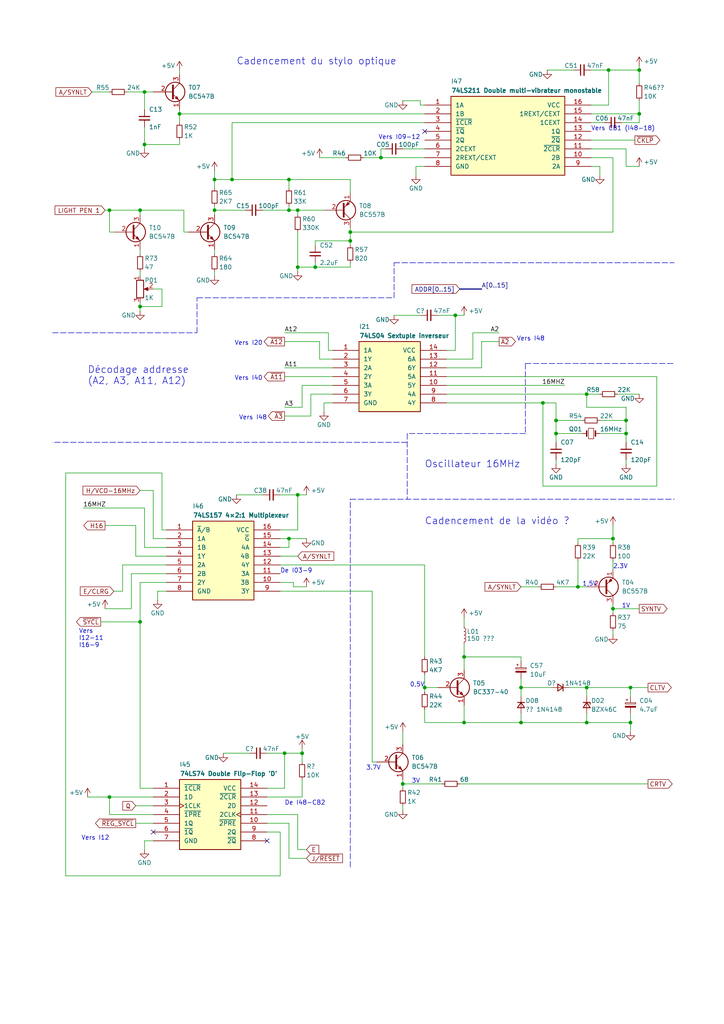
<source format=kicad_sch>
(kicad_sch (version 20211123) (generator eeschema)
  (paper "A4" portrait)
  (title_block (title "Conversion du Thomson MO5 — Unité centrale v1") (date "2023-05-18") (rev "DRAFT") (comment 1 "http://github.com/sporniket/kicad-conversions--thomson-mo5--v1") (comment 3 "Gate Array Motorola MCA 1300 ALS") (comment 4 "Reference : POP5001 501994-01"))
  (lib_symbols
    (symbol "74x04:74X04_HEX_INVERTER_PHY" (pin_names (offset 1.27))
      (property "Reference" "U" (at -8.89 15.24 0))
      (property "Value" "74X04_HEX_INVERTER_PHY" (at -8.89 12.7 0))
      (symbol "74X04_HEX_INVERTER_PHY_0_0"
        (pin input line (at -16.51 7.62 0) (length 7.62) (name "1A") (number "1"))
        (pin output line (at 16.51 -2.54 180) (length 7.62) (name "5Y") (number "10"))
        (pin input line (at 16.51 0 180) (length 7.62) (name "5A") (number "11"))
        (pin output line (at 16.51 2.54 180) (length 7.62) (name "6Y") (number "12"))
        (pin input line (at 16.51 5.08 180) (length 7.62) (name "6A") (number "13"))
        (pin power_in line (at 16.51 7.62 180) (length 7.62) (name "VCC") (number "14"))
        (pin output line (at -16.51 5.08 0) (length 7.62) (name "1Y") (number "2"))
        (pin input line (at -16.51 2.54 0) (length 7.62) (name "2A") (number "3"))
        (pin output line (at -16.51 0 0) (length 7.62) (name "2Y") (number "4"))
        (pin input line (at -16.51 -2.54 0) (length 7.62) (name "3A") (number "5"))
        (pin output line (at -16.51 -5.08 0) (length 7.62) (name "3Y") (number "6"))
        (pin power_in line (at -16.51 -7.62 0) (length 7.62) (name "GND") (number "7"))
        (pin output line (at 16.51 -7.62 180) (length 7.62) (name "4Y") (number "8"))
        (pin input line (at 16.51 -5.08 180) (length 7.62) (name "4A") (number "9"))
      )
    )
    (symbol "74x157:QUADRUPLE_2-LINE_TO_1-LINE_DATA_SELECTORS_MULTIPLEXERS_PHY" (pin_names (offset 1.27))
      (property "Reference" "U" (at -8.89 16.51 0))
      (property "Value" "QUADRUPLE_2-LINE_TO_1-LINE_DATA_SELECTORS_MULTIPLEXERS_PHY" (at -8.89 13.97 0))
      (symbol "QUADRUPLE_2-LINE_TO_1-LINE_DATA_SELECTORS_MULTIPLEXERS_PHY_0_0"
        (pin input line (at -16.51 8.89 0) (length 7.62) (name "~{A}/B") (number "1"))
        (pin input line (at 16.51 -6.35 180) (length 7.62) (name "3B") (number "10"))
        (pin input line (at 16.51 -3.81 180) (length 7.62) (name "3A") (number "11"))
        (pin output line (at 16.51 -1.27 180) (length 7.62) (name "4Y") (number "12"))
        (pin input line (at 16.51 1.27 180) (length 7.62) (name "4B") (number "13"))
        (pin input line (at 16.51 3.81 180) (length 7.62) (name "4A") (number "14"))
        (pin input line (at 16.51 6.35 180) (length 7.62) (name "~{G}") (number "15"))
        (pin power_in line (at 16.51 8.89 180) (length 7.62) (name "VCC") (number "16"))
        (pin input line (at -16.51 6.35 0) (length 7.62) (name "1A") (number "2"))
        (pin input line (at -16.51 3.81 0) (length 7.62) (name "1B") (number "3"))
        (pin output line (at -16.51 1.27 0) (length 7.62) (name "1Y") (number "4"))
        (pin input line (at -16.51 -1.27 0) (length 7.62) (name "2A") (number "5"))
        (pin input line (at -16.51 -3.81 0) (length 7.62) (name "2B") (number "6"))
        (pin output line (at -16.51 -6.35 0) (length 7.62) (name "2Y") (number "7"))
        (pin power_in line (at -16.51 -8.89 0) (length 7.62) (name "GND") (number "8"))
        (pin output line (at 16.51 -8.89 180) (length 7.62) (name "3Y") (number "9"))
      )
    )
    (symbol "74x221:DUAL_MONOSTABLE_MULTIVIBRATORS_WITH_SCHMITT-TRIGGER_INPUTS_PHY" (pin_names (offset 1.27))
      (property "Reference" "U" (at -16.51 16.51 0))
      (property "Value" "DUAL_MONOSTABLE_MULTIVIBRATORS_WITH_SCHMITT-TRIGGER_INPUTS_PHY" (at -16.51 13.97 0))
      (symbol "DUAL_MONOSTABLE_MULTIVIBRATORS_WITH_SCHMITT-TRIGGER_INPUTS_PHY_0_0"
        (pin input line (at -24.13 8.89 0) (length 7.62) (name "1A") (number "1"))
        (pin input line (at 24.13 -6.35 180) (length 7.62) (name "2B") (number "10"))
        (pin input line (at 24.13 -3.81 180) (length 7.62) (name "~{2CLR}") (number "11"))
        (pin output line (at 24.13 -1.27 180) (length 7.62) (name "~{2Q}") (number "12"))
        (pin output line (at 24.13 1.27 180) (length 7.62) (name "1Q") (number "13"))
        (pin input line (at 24.13 3.81 180) (length 7.62) (name "1CEXT") (number "14"))
        (pin input line (at 24.13 6.35 180) (length 7.62) (name "1REXT/CEXT") (number "15"))
        (pin power_in line (at 24.13 8.89 180) (length 7.62) (name "VCC") (number "16"))
        (pin input line (at -24.13 6.35 0) (length 7.62) (name "1B") (number "2"))
        (pin input line (at -24.13 3.81 0) (length 7.62) (name "~{1CLR}") (number "3"))
        (pin output line (at -24.13 1.27 0) (length 7.62) (name "~{1Q}") (number "4"))
        (pin output line (at -24.13 -1.27 0) (length 7.62) (name "2Q") (number "5"))
        (pin input line (at -24.13 -3.81 0) (length 7.62) (name "2CEXT") (number "6"))
        (pin input line (at -24.13 -6.35 0) (length 7.62) (name "2REXT/CEXT") (number "7"))
        (pin power_in line (at -24.13 -8.89 0) (length 7.62) (name "GND") (number "8"))
        (pin input line (at 24.13 -8.89 180) (length 7.62) (name "2A") (number "9"))
      )
    )
    (symbol "74x74:74LS74_DUAL_POSITIVE-EDGE-TRIGGERED_D_FLIP-FLOPS_WITH_PRESET_CLEAR_AND_COMPLEMENTARY_OUTPUTS_PHY" (pin_names (offset 1.27))
      (property "Reference" "U" (at -8.89 15.24 0))
      (property "Value" "74LS74_DUAL_POSITIVE-EDGE-TRIGGERED_D_FLIP-FLOPS_WITH_PRESET_CLEAR_AND_COMPLEMENTARY_OUTPUTS_PHY" (at -8.89 12.7 0))
      (symbol "74LS74_DUAL_POSITIVE-EDGE-TRIGGERED_D_FLIP-FLOPS_WITH_PRESET_CLEAR_AND_COMPLEMENTARY_OUTPUTS_PHY_0_0"
        (pin input line (at -16.51 7.62 0) (length 7.62) (name "~{1CLR}") (number "1"))
        (pin input line (at 16.51 -2.54 180) (length 7.62) (name "~{2PRE}") (number "10"))
        (pin input clock (at 16.51 0 180) (length 7.62) (name "2CLK") (number "11"))
        (pin input line (at 16.51 2.54 180) (length 7.62) (name "2D") (number "12"))
        (pin input line (at 16.51 5.08 180) (length 7.62) (name "~{2CLR}") (number "13"))
        (pin power_in line (at 16.51 7.62 180) (length 7.62) (name "VCC") (number "14"))
        (pin input line (at -16.51 5.08 0) (length 7.62) (name "1D") (number "2"))
        (pin input clock (at -16.51 2.54 0) (length 7.62) (name "1CLK") (number "3"))
        (pin input line (at -16.51 0 0) (length 7.62) (name "~{1PRE}") (number "4"))
        (pin output line (at -16.51 -2.54 0) (length 7.62) (name "1Q") (number "5"))
        (pin output line (at -16.51 -5.08 0) (length 7.62) (name "~{1Q}") (number "6"))
        (pin power_in line (at -16.51 -7.62 0) (length 7.62) (name "GND") (number "7"))
        (pin output line (at 16.51 -7.62 180) (length 7.62) (name "~{2Q}") (number "8"))
        (pin output line (at 16.51 -5.08 180) (length 7.62) (name "2Q") (number "9"))
      )
    )
    (symbol "Device:C_Polarized_Small" (pin_numbers hide) (pin_names (offset 0.254) hide)
      (property "Reference" "C" (at 0.254 1.778 0))
      (property "Value" "C_Polarized_Small" (at 0.254 -2.032 0))
      (symbol "C_Polarized_Small_1_1"
        (pin passive line (at 0 2.54 270) (length 1.8542) (name "~") (number "1"))
        (pin passive line (at 0 -2.54 90) (length 1.8542) (name "~") (number "2"))
      )
    )
    (symbol "Device:C_Small" (pin_numbers hide) (pin_names (offset 0.254) hide)
      (property "Reference" "C" (at 0.254 1.778 0))
      (property "Value" "C_Small" (at 0.254 -2.032 0))
      (symbol "C_Small_1_1"
        (pin passive line (at 0 2.54 270) (length 2.032) (name "~") (number "1"))
        (pin passive line (at 0 -2.54 90) (length 2.032) (name "~") (number "2"))
      )
    )
    (symbol "Device:Crystal_Small" (pin_numbers hide) (pin_names (offset 1.016) hide)
      (property "Reference" "Y" (at 0 2.54 0))
      (property "Value" "Crystal_Small" (at 0 -2.54 0))
      (symbol "Crystal_Small_1_1"
        (pin passive line (at -2.54 0 0) (length 1.27) (name "1") (number "1"))
        (pin passive line (at 2.54 0 180) (length 1.27) (name "2") (number "2"))
      )
    )
    (symbol "Device:D_Small" (pin_numbers hide) (pin_names (offset 0.254) hide)
      (property "Reference" "D" (at -1.27 2.032 0))
      (property "Value" "D_Small" (at -3.81 -2.032 0))
      (symbol "D_Small_1_1"
        (pin passive line (at -2.54 0 0) (length 1.778) (name "K") (number "1"))
        (pin passive line (at 2.54 0 180) (length 1.778) (name "A") (number "2"))
      )
    )
    (symbol "Device:D_Zener_Small" (pin_numbers hide) (pin_names (offset 0.254) hide)
      (property "Reference" "D" (at 0 2.286 0))
      (property "Value" "D_Zener_Small" (at 0 -2.286 0))
      (symbol "D_Zener_Small_1_1"
        (pin passive line (at -2.54 0 0) (length 1.778) (name "K") (number "1"))
        (pin passive line (at 2.54 0 180) (length 1.778) (name "A") (number "2"))
      )
    )
    (symbol "Device:L_Small" (pin_numbers hide) (pin_names (offset 0.254) hide)
      (property "Reference" "L" (at 0.762 1.016 0))
      (property "Value" "L_Small" (at 0.762 -1.016 0))
      (symbol "L_Small_1_1"
        (pin passive line (at 0 2.54 270) (length 0.508) (name "~") (number "1"))
        (pin passive line (at 0 -2.54 90) (length 0.508) (name "~") (number "2"))
      )
    )
    (symbol "Device:Q_NPN_EBC" (pin_names (offset 0) hide)
      (property "Reference" "Q" (at 5.08 1.27 0))
      (property "Value" "Q_NPN_EBC" (at 5.08 -1.27 0))
      (symbol "Q_NPN_EBC_1_1"
        (pin passive line (at 2.54 -5.08 90) (length 2.54) (name "E") (number "1"))
        (pin passive line (at -5.08 0 0) (length 5.715) (name "B") (number "2"))
        (pin passive line (at 2.54 5.08 270) (length 2.54) (name "C") (number "3"))
      )
    )
    (symbol "Device:Q_PNP_EBC" (pin_names (offset 0) hide)
      (property "Reference" "Q" (at 5.08 1.27 0))
      (property "Value" "Q_PNP_EBC" (at 5.08 -1.27 0))
      (symbol "Q_PNP_EBC_1_1"
        (pin passive line (at 2.54 -5.08 90) (length 2.54) (name "E") (number "1"))
        (pin input line (at -5.08 0 0) (length 5.715) (name "B") (number "2"))
        (pin passive line (at 2.54 5.08 270) (length 2.54) (name "C") (number "3"))
      )
    )
    (symbol "Device:R_Potentiometer" (pin_names (offset 1.016) hide)
      (property "Reference" "RV" (at -4.445 0 90))
      (property "Value" "R_Potentiometer" (at -2.54 0 90))
      (symbol "R_Potentiometer_1_1"
        (pin passive line (at 0 3.81 270) (length 1.27) (name "1") (number "1"))
        (pin passive line (at 3.81 0 180) (length 1.27) (name "2") (number "2"))
        (pin passive line (at 0 -3.81 90) (length 1.27) (name "3") (number "3"))
      )
    )
    (symbol "Device:R_Small" (pin_numbers hide) (pin_names (offset 0.254) hide)
      (property "Reference" "R" (at 0.762 0.508 0))
      (property "Value" "R_Small" (at 0.762 -1.016 0))
      (symbol "R_Small_1_1"
        (pin passive line (at 0 2.54 270) (length 0.762) (name "~") (number "1"))
        (pin passive line (at 0 -2.54 90) (length 0.762) (name "~") (number "2"))
      )
    )
    (symbol "power:+5V" (power) (pin_names (offset 0))
      (property "Value" "+5V" (at 0 3.556 0))
      (symbol "+5V_1_1"
        (pin power_in line (at 0 0 90) (length 0) hide (name "+5V") (number "1"))
      )
    )
    (symbol "power:GND" (power) (pin_names (offset 0))
      (property "Value" "GND" (at 0 -3.81 0))
      (symbol "GND_1_1"
        (pin power_in line (at 0 0 270) (length 0) hide (name "GND") (number "1"))
      )
    )
  )
  (junction (at 177.8 156.21))
  (junction (at 182.88 209.55))
  (junction (at 110.49 45.72))
  (junction (at 161.29 121.92))
  (junction (at 101.6 69.85))
  (junction (at 177.8 176.53))
  (junction (at 170.18 114.3))
  (junction (at 101.6 67.31))
  (junction (at 181.61 121.92))
  (junction (at 91.44 77.47))
  (junction (at 161.29 125.73))
  (junction (at 86.36 77.47))
  (junction (at 62.23 60.96))
  (junction (at 83.82 156.21))
  (junction (at 83.82 60.96))
  (junction (at 170.18 209.55))
  (junction (at 134.62 190.5))
  (junction (at 83.82 52.07))
  (junction (at 170.18 199.39))
  (junction (at 86.36 60.96))
  (junction (at 185.42 20.32))
  (junction (at 134.62 209.55))
  (junction (at 132.08 91.44))
  (junction (at 181.61 125.73))
  (junction (at 41.91 26.67))
  (junction (at 176.53 20.32))
  (junction (at 52.07 33.02))
  (junction (at 40.64 88.9))
  (junction (at 41.91 41.91))
  (junction (at 185.42 33.02))
  (junction (at 82.55 218.44))
  (junction (at 182.88 199.39))
  (junction (at 40.64 60.96))
  (junction (at 40.64 180.34))
  (junction (at 87.63 218.44))
  (junction (at 167.64 170.18))
  (junction (at 157.48 116.84))
  (junction (at 31.75 60.96))
  (junction (at 31.75 231.14))
  (junction (at 62.23 52.07))
  (junction (at 116.84 227.33))
  (junction (at 123.19 199.39))
  (junction (at 86.36 143.51))
  (junction (at 151.13 209.55))
  (junction (at 151.13 199.39))
  (junction (at 67.31 52.07))
  (no_connect (at 77.47 243.84))
  (no_connect (at 44.45 241.3))
  (no_connect (at 123.19 38.1))
  (wire (pts (xy 91.44 76.2) (xy 91.44 77.47)))
  (wire (pts (xy 30.48 152.4) (xy 39.37 152.4)))
  (wire (pts (xy 81.28 158.75) (xy 83.82 158.75)))
  (wire (pts (xy 101.6 67.31) (xy 101.6 69.85)))
  (wire (pts (xy 86.36 246.38) (xy 86.36 236.22)))
  (polyline (pts (xy 118.11 128.27) (xy 15.24 128.27)))
  (wire (pts (xy 62.23 60.96) (xy 71.12 60.96)))
  (wire (pts (xy 40.64 88.9) (xy 40.64 90.17)))
  (wire (pts (xy 185.42 33.02) (xy 185.42 35.56)))
  (wire (pts (xy 101.6 52.07) (xy 83.82 52.07)))
  (wire (pts (xy 170.18 114.3) (xy 170.18 118.11)))
  (wire (pts (xy 41.91 26.67) (xy 41.91 31.75)))
  (wire (pts (xy 171.45 43.18) (xy 181.61 43.18)))
  (wire (pts (xy 181.61 125.73) (xy 181.61 128.27)))
  (polyline (pts (xy 152.4 105.41) (xy 195.58 105.41)))
  (wire (pts (xy 26.67 26.67) (xy 31.75 26.67)))
  (wire (pts (xy 121.92 30.48) (xy 121.92 29.21)))
  (wire (pts (xy 62.23 72.39) (xy 62.23 73.66)))
  (wire (pts (xy 36.83 26.67) (xy 41.91 26.67)))
  (wire (pts (xy 177.8 182.88) (xy 177.8 184.15)))
  (wire (pts (xy 92.71 99.06) (xy 92.71 104.14)))
  (polyline (pts (xy 101.6 204.47) (xy 101.6 144.78)))
  (wire (pts (xy 182.88 199.39) (xy 187.96 199.39)))
  (wire (pts (xy 151.13 199.39) (xy 160.02 199.39)))
  (wire (pts (xy 123.19 163.83) (xy 123.19 190.5)))
  (polyline (pts (xy 57.15 86.36) (xy 114.3 86.36)))
  (wire (pts (xy 87.63 218.44) (xy 87.63 220.98)))
  (wire (pts (xy 171.45 48.26) (xy 173.99 48.26)))
  (wire (pts (xy 116.84 226.06) (xy 116.84 227.33)))
  (wire (pts (xy 101.6 66.04) (xy 101.6 67.31)))
  (wire (pts (xy 134.62 190.5) (xy 151.13 190.5)))
  (wire (pts (xy 82.55 109.22) (xy 96.52 109.22)))
  (wire (pts (xy 171.45 30.48) (xy 176.53 30.48)))
  (wire (pts (xy 176.53 30.48) (xy 176.53 20.32)))
  (wire (pts (xy 82.55 99.06) (xy 92.71 99.06)))
  (wire (pts (xy 182.88 212.09) (xy 182.88 209.55)))
  (wire (pts (xy 46.99 88.9) (xy 46.99 83.82)))
  (wire (pts (xy 39.37 152.4) (xy 39.37 161.29)))
  (wire (pts (xy 139.7 99.06) (xy 139.7 106.68)))
  (wire (pts (xy 137.16 104.14) (xy 137.16 96.52)))
  (wire (pts (xy 170.18 209.55) (xy 151.13 209.55)))
  (wire (pts (xy 176.53 20.32) (xy 185.42 20.32)))
  (wire (pts (xy 83.82 60.96) (xy 86.36 60.96)))
  (wire (pts (xy 92.71 104.14) (xy 96.52 104.14)))
  (polyline (pts (xy 101.6 144.78) (xy 195.58 144.78)))
  (wire (pts (xy 110.49 43.18) (xy 110.49 45.72)))
  (wire (pts (xy 64.77 218.44) (xy 72.39 218.44)))
  (polyline (pts (xy 152.4 105.41) (xy 152.4 125.73)))
  (wire (pts (xy 116.84 212.09) (xy 116.84 215.9)))
  (wire (pts (xy 25.4 231.14) (xy 31.75 231.14)))
  (wire (pts (xy 31.75 67.31) (xy 31.75 60.96)))
  (wire (pts (xy 101.6 55.88) (xy 101.6 52.07)))
  (wire (pts (xy 171.45 20.32) (xy 176.53 20.32)))
  (wire (pts (xy 81.28 156.21) (xy 83.82 156.21)))
  (wire (pts (xy 111.76 43.18) (xy 110.49 43.18)))
  (wire (pts (xy 83.82 52.07) (xy 67.31 52.07)))
  (wire (pts (xy 129.54 109.22) (xy 190.5 109.22)))
  (wire (pts (xy 86.36 77.47) (xy 91.44 77.47)))
  (wire (pts (xy 177.8 162.56) (xy 177.8 165.1)))
  (wire (pts (xy 85.09 168.91) (xy 85.09 170.18)))
  (wire (pts (xy 161.29 121.92) (xy 161.29 125.73)))
  (wire (pts (xy 185.42 29.21) (xy 185.42 33.02)))
  (wire (pts (xy 181.61 133.35) (xy 181.61 134.62)))
  (wire (pts (xy 62.23 62.23) (xy 62.23 60.96)))
  (wire (pts (xy 177.8 175.26) (xy 177.8 176.53)))
  (wire (pts (xy 173.99 48.26) (xy 173.99 50.8)))
  (wire (pts (xy 31.75 60.96) (xy 40.64 60.96)))
  (wire (pts (xy 101.6 77.47) (xy 91.44 77.47)))
  (wire (pts (xy 95.25 101.6) (xy 96.52 101.6)))
  (wire (pts (xy 86.36 153.67) (xy 86.36 143.51)))
  (wire (pts (xy 40.64 228.6) (xy 44.45 228.6)))
  (wire (pts (xy 177.8 45.72) (xy 177.8 67.31)))
  (wire (pts (xy 45.72 173.99) (xy 45.72 171.45)))
  (wire (pts (xy 134.62 209.55) (xy 123.19 209.55)))
  (wire (pts (xy 151.13 196.85) (xy 151.13 199.39)))
  (wire (pts (xy 77.47 218.44) (xy 82.55 218.44)))
  (wire (pts (xy 81.28 171.45) (xy 107.95 171.45)))
  (wire (pts (xy 120.65 48.26) (xy 123.19 48.26)))
  (wire (pts (xy 151.13 170.18) (xy 156.21 170.18)))
  (wire (pts (xy 95.25 96.52) (xy 95.25 101.6)))
  (wire (pts (xy 77.47 238.76) (xy 83.82 238.76)))
  (wire (pts (xy 171.45 33.02) (xy 185.42 33.02)))
  (wire (pts (xy 87.63 111.76) (xy 96.52 111.76)))
  (wire (pts (xy 170.18 199.39) (xy 170.18 201.93)))
  (wire (pts (xy 177.8 152.4) (xy 177.8 156.21)))
  (wire (pts (xy 30.48 176.53) (xy 38.1 176.53)))
  (wire (pts (xy 129.54 114.3) (xy 170.18 114.3)))
  (wire (pts (xy 116.84 233.68) (xy 116.84 234.95)))
  (wire (pts (xy 52.07 33.02) (xy 123.19 33.02)))
  (polyline (pts (xy 152.4 125.73) (xy 118.11 125.73)))
  (wire (pts (xy 35.56 171.45) (xy 35.56 163.83)))
  (wire (pts (xy 171.45 35.56) (xy 175.26 35.56)))
  (wire (pts (xy 81.28 -21.59) (xy 88.9 -21.59)))
  (wire (pts (xy 62.23 78.74) (xy 62.23 80.01)))
  (wire (pts (xy 181.61 121.92) (xy 181.61 125.73)))
  (wire (pts (xy 161.29 125.73) (xy 168.91 125.73)))
  (polyline (pts (xy 114.3 76.2) (xy 195.58 76.2)))
  (wire (pts (xy 45.72 171.45) (xy 48.26 171.45)))
  (wire (pts (xy 190.5 109.22) (xy 190.5 140.97)))
  (wire (pts (xy 44.45 236.22) (xy 31.75 236.22)))
  (wire (pts (xy 62.23 59.69) (xy 62.23 60.96)))
  (wire (pts (xy 129.54 101.6) (xy 132.08 101.6)))
  (wire (pts (xy 40.64 60.96) (xy 53.34 60.96)))
  (wire (pts (xy 182.88 199.39) (xy 182.88 201.93)))
  (wire (pts (xy 123.19 30.48) (xy 121.92 30.48)))
  (bus (pts (xy 133.35 83.82) (xy 139.7 83.82)))
  (wire (pts (xy 123.19 199.39) (xy 123.19 200.66)))
  (wire (pts (xy 83.82 156.21) (xy 83.82 158.75)))
  (wire (pts (xy 85.09 170.18) (xy 88.9 170.18)))
  (wire (pts (xy 185.42 48.26) (xy 181.61 48.26)))
  (wire (pts (xy 167.64 170.18) (xy 170.18 170.18)))
  (wire (pts (xy 39.37 233.68) (xy 44.45 233.68)))
  (wire (pts (xy 134.62 179.07) (xy 134.62 181.61)))
  (wire (pts (xy 116.84 29.21) (xy 121.92 29.21)))
  (wire (pts (xy 40.64 78.74) (xy 40.64 80.01)))
  (wire (pts (xy 41.91 26.67) (xy 44.45 26.67)))
  (wire (pts (xy 157.48 116.84) (xy 157.48 140.97)))
  (wire (pts (xy 151.13 209.55) (xy 134.62 209.55)))
  (wire (pts (xy 82.55 120.65) (xy 90.17 120.65)))
  (wire (pts (xy 39.37 238.76) (xy 44.45 238.76)))
  (wire (pts (xy 171.45 45.72) (xy 177.8 45.72)))
  (polyline (pts (xy 57.15 96.52) (xy 57.15 86.36)))
  (wire (pts (xy 90.17 114.3) (xy 90.17 120.65)))
  (wire (pts (xy 114.3 91.44) (xy 121.92 91.44)))
  (wire (pts (xy 53.34 67.31) (xy 53.34 60.96)))
  (wire (pts (xy 123.19 163.83) (xy 81.28 163.83)))
  (wire (pts (xy 82.55 218.44) (xy 87.63 218.44)))
  (wire (pts (xy 46.99 83.82) (xy 44.45 83.82)))
  (wire (pts (xy 40.64 88.9) (xy 46.99 88.9)))
  (wire (pts (xy 67.31 35.56) (xy 123.19 35.56)))
  (wire (pts (xy 40.64 168.91) (xy 48.26 168.91)))
  (wire (pts (xy 161.29 121.92) (xy 161.29 116.84)))
  (wire (pts (xy 41.91 41.91) (xy 52.07 41.91)))
  (wire (pts (xy 116.84 227.33) (xy 128.27 227.33)))
  (wire (pts (xy 151.13 207.01) (xy 151.13 209.55)))
  (wire (pts (xy 40.64 180.34) (xy 40.64 228.6)))
  (wire (pts (xy 40.64 142.24) (xy 44.45 142.24)))
  (wire (pts (xy 173.99 125.73) (xy 181.61 125.73)))
  (wire (pts (xy 44.45 156.21) (xy 48.26 156.21)))
  (wire (pts (xy 81.28 143.51) (xy 86.36 143.51)))
  (wire (pts (xy 39.37 161.29) (xy 48.26 161.29)))
  (wire (pts (xy 52.07 33.02) (xy 52.07 35.56)))
  (wire (pts (xy 38.1 166.37) (xy 48.26 166.37)))
  (wire (pts (xy 41.91 147.32) (xy 41.91 158.75)))
  (wire (pts (xy 133.35 227.33) (xy 187.96 227.33)))
  (wire (pts (xy 40.64 72.39) (xy 40.64 73.66)))
  (wire (pts (xy 137.16 96.52) (xy 144.78 96.52)))
  (wire (pts (xy 82.55 106.68) (xy 96.52 106.68)))
  (wire (pts (xy 134.62 204.47) (xy 134.62 209.55)))
  (wire (pts (xy 40.64 60.96) (xy 40.64 62.23)))
  (wire (pts (xy 158.75 20.32) (xy 166.37 20.32)))
  (wire (pts (xy 129.54 104.14) (xy 137.16 104.14)))
  (wire (pts (xy 170.18 207.01) (xy 170.18 209.55)))
  (wire (pts (xy 170.18 118.11) (xy 181.61 118.11)))
  (wire (pts (xy 46.99 137.16) (xy 19.05 137.16)))
  (wire (pts (xy 67.31 52.07) (xy 62.23 52.07)))
  (wire (pts (xy 144.78 99.06) (xy 139.7 99.06)))
  (wire (pts (xy 93.98 116.84) (xy 96.52 116.84)))
  (wire (pts (xy 83.82 156.21) (xy 88.9 156.21)))
  (wire (pts (xy 41.91 36.83) (xy 41.91 41.91)))
  (wire (pts (xy 87.63 231.14) (xy 87.63 226.06)))
  (wire (pts (xy 77.47 228.6) (xy 82.55 228.6)))
  (wire (pts (xy 123.19 195.58) (xy 123.19 199.39)))
  (wire (pts (xy 161.29 128.27) (xy 161.29 125.73)))
  (wire (pts (xy 105.41 45.72) (xy 110.49 45.72)))
  (wire (pts (xy 151.13 199.39) (xy 151.13 201.93)))
  (wire (pts (xy 81.28 168.91) (xy 85.09 168.91)))
  (wire (pts (xy 179.07 114.3) (xy 185.42 114.3)))
  (wire (pts (xy 181.61 121.92) (xy 181.61 118.11)))
  (wire (pts (xy 107.95 171.45) (xy 107.95 220.98)))
  (wire (pts (xy 35.56 163.83) (xy 48.26 163.83)))
  (wire (pts (xy 173.99 121.92) (xy 181.61 121.92)))
  (wire (pts (xy 167.64 162.56) (xy 167.64 170.18)))
  (wire (pts (xy 40.64 168.91) (xy 40.64 180.34)))
  (wire (pts (xy 81.28 241.3) (xy 81.28 254)))
  (wire (pts (xy 24.13 147.32) (xy 41.91 147.32)))
  (wire (pts (xy 132.08 101.6) (xy 132.08 91.44)))
  (wire (pts (xy 134.62 190.5) (xy 134.62 194.31)))
  (wire (pts (xy 83.82 52.07) (xy 83.82 54.61)))
  (wire (pts (xy 52.07 31.75) (xy 52.07 33.02)))
  (wire (pts (xy 86.36 143.51) (xy 88.9 143.51)))
  (wire (pts (xy 182.88 207.01) (xy 182.88 209.55)))
  (wire (pts (xy 82.55 228.6) (xy 82.55 218.44)))
  (wire (pts (xy 46.99 153.67) (xy 48.26 153.67)))
  (wire (pts (xy 182.88 209.55) (xy 170.18 209.55)))
  (wire (pts (xy 123.19 199.39) (xy 127 199.39)))
  (wire (pts (xy 167.64 157.48) (xy 167.64 156.21)))
  (wire (pts (xy 52.07 41.91) (xy 52.07 40.64)))
  (wire (pts (xy 171.45 40.64) (xy 184.15 40.64)))
  (wire (pts (xy 129.54 106.68) (xy 139.7 106.68)))
  (wire (pts (xy 177.8 176.53) (xy 185.42 176.53)))
  (wire (pts (xy 81.28 254) (xy 19.05 254)))
  (wire (pts (xy 157.48 116.84) (xy 161.29 116.84)))
  (wire (pts (xy 77.47 236.22) (xy 86.36 236.22)))
  (wire (pts (xy 83.82 248.92) (xy 88.9 248.92)))
  (wire (pts (xy 110.49 45.72) (xy 123.19 45.72)))
  (polyline (pts (xy 101.6 251.46) (xy 101.6 204.47)))
  (wire (pts (xy 129.54 116.84) (xy 157.48 116.84)))
  (wire (pts (xy 33.02 171.45) (xy 35.56 171.45)))
  (wire (pts (xy 123.19 209.55) (xy 123.19 205.74)))
  (wire (pts (xy 62.23 52.07) (xy 62.23 54.61)))
  (wire (pts (xy 41.91 158.75) (xy 48.26 158.75)))
  (wire (pts (xy 170.18 114.3) (xy 173.99 114.3)))
  (wire (pts (xy 19.05 137.16) (xy 19.05 254)))
  (wire (pts (xy 82.55 118.11) (xy 87.63 118.11)))
  (wire (pts (xy 82.55 96.52) (xy 95.25 96.52)))
  (wire (pts (xy 68.58 -21.59) (xy 76.2 -21.59)))
  (wire (pts (xy 116.84 43.18) (xy 123.19 43.18)))
  (wire (pts (xy 41.91 43.18) (xy 41.91 41.91)))
  (wire (pts (xy 167.64 156.21) (xy 177.8 156.21)))
  (wire (pts (xy 185.42 20.32) (xy 185.42 24.13)))
  (wire (pts (xy 134.62 186.69) (xy 134.62 190.5)))
  (wire (pts (xy 33.02 67.31) (xy 31.75 67.31)))
  (wire (pts (xy 41.91 246.38) (xy 41.91 243.84)))
  (wire (pts (xy 68.58 -11.43) (xy 76.2 -11.43)))
  (wire (pts (xy 41.91 243.84) (xy 44.45 243.84)))
  (wire (pts (xy 86.36 77.47) (xy 86.36 78.74)))
  (wire (pts (xy 44.45 142.24) (xy 44.45 156.21)))
  (wire (pts (xy 83.82 59.69) (xy 83.82 60.96)))
  (wire (pts (xy 177.8 176.53) (xy 177.8 177.8)))
  (wire (pts (xy 101.6 69.85) (xy 91.44 69.85)))
  (wire (pts (xy 83.82 238.76) (xy 83.82 248.92)))
  (wire (pts (xy 90.17 114.3) (xy 96.52 114.3)))
  (wire (pts (xy 77.47 231.14) (xy 87.63 231.14)))
  (wire (pts (xy 92.71 45.72) (xy 100.33 45.72)))
  (wire (pts (xy 116.84 227.33) (xy 116.84 228.6)))
  (wire (pts (xy 68.58 143.51) (xy 76.2 143.51)))
  (wire (pts (xy 101.6 69.85) (xy 101.6 71.12)))
  (wire (pts (xy 54.61 67.31) (xy 53.34 67.31)))
  (wire (pts (xy 177.8 156.21) (xy 177.8 157.48)))
  (wire (pts (xy 129.54 111.76) (xy 163.83 111.76)))
  (wire (pts (xy 190.5 140.97) (xy 157.48 140.97)))
  (wire (pts (xy 101.6 76.2) (xy 101.6 77.47)))
  (wire (pts (xy 40.64 87.63) (xy 40.64 88.9)))
  (wire (pts (xy 87.63 217.17) (xy 87.63 218.44)))
  (wire (pts (xy 93.98 119.38) (xy 93.98 116.84)))
  (wire (pts (xy 109.22 220.98) (xy 107.95 220.98)))
  (wire (pts (xy 127 91.44) (xy 132.08 91.44)))
  (wire (pts (xy 38.1 166.37) (xy 38.1 176.53)))
  (wire (pts (xy 81.28 161.29) (xy 86.36 161.29)))
  (wire (pts (xy 81.28 153.67) (xy 86.36 153.67)))
  (wire (pts (xy 67.31 52.07) (xy 67.31 35.56)))
  (wire (pts (xy 30.48 60.96) (xy 31.75 60.96)))
  (wire (pts (xy 181.61 43.18) (xy 181.61 48.26)))
  (wire (pts (xy 52.07 20.32) (xy 52.07 21.59)))
  (polyline (pts (xy 15.24 96.52) (xy 57.15 96.52)))
  (wire (pts (xy 31.75 236.22) (xy 31.75 231.14)))
  (wire (pts (xy 86.36 67.31) (xy 86.36 77.47)))
  (wire (pts (xy 46.99 153.67) (xy 46.99 137.16)))
  (wire (pts (xy 29.21 180.34) (xy 40.64 180.34)))
  (polyline (pts (xy 118.11 125.73) (xy 118.11 144.78)))
  (wire (pts (xy 161.29 170.18) (xy 167.64 170.18)))
  (wire (pts (xy 31.75 231.14) (xy 44.45 231.14)))
  (wire (pts (xy 185.42 35.56) (xy 180.34 35.56)))
  (wire (pts (xy 161.29 121.92) (xy 168.91 121.92)))
  (wire (pts (xy 86.36 60.96) (xy 86.36 62.23)))
  (wire (pts (xy 101.6 67.31) (xy 177.8 67.31)))
  (wire (pts (xy 86.36 60.96) (xy 93.98 60.96)))
  (wire (pts (xy 91.44 69.85) (xy 91.44 71.12)))
  (wire (pts (xy 88.9 246.38) (xy 86.36 246.38)))
  (wire (pts (xy 132.08 91.44) (xy 134.62 91.44)))
  (wire (pts (xy 81.28 -11.43) (xy 88.9 -11.43)))
  (wire (pts (xy 185.42 19.05) (xy 185.42 20.32)))
  (wire (pts (xy 87.63 118.11) (xy 87.63 111.76)))
  (wire (pts (xy 165.1 199.39) (xy 170.18 199.39)))
  (wire (pts (xy 161.29 133.35) (xy 161.29 134.62)))
  (wire (pts (xy 120.65 50.8) (xy 120.65 48.26)))
  (wire (pts (xy 76.2 60.96) (xy 83.82 60.96)))
  (wire (pts (xy 62.23 49.53) (xy 62.23 52.07)))
  (wire (pts (xy 151.13 191.77) (xy 151.13 190.5)))
  (wire (pts (xy 170.18 199.39) (xy 182.88 199.39)))
  (wire (pts (xy 77.47 241.3) (xy 81.28 241.3)))
  (polyline (pts (xy 114.3 86.36) (xy 114.3 76.2)))
  (text "Vers I48" (at 149.86 99.06 0) (effects (font (size 1.27 1.27)) (justify left bottom)))
  (text "3.7V" (at 110.49 223.52 180) (effects (font (size 1.27 1.27)) (justify right bottom)))
  (text "Cadencement de la vidéo ?" (at 123.19 152.4 0) (effects (font (size 2 2)) (justify left bottom)))
  (text "1V" (at 180.34 176.53 0) (effects (font (size 1.27 1.27)) (justify left bottom)))
  (text "De I03-9" (at 81.28 166.37 0) (effects (font (size 1.27 1.27)) (justify left bottom)))
  (text "Vers I48" (at 77.47 121.92 180) (effects (font (size 1.27 1.27)) (justify right bottom)))
  (text "Vers I09-12" (at 121.92 40.64 180) (effects (font (size 1.27 1.27)) (justify right bottom)))
  (text "Décodage addresse \n(A2, A3, A11, A12)" (at 25.4 111.76 0) (effects (font (size 2 2)) (justify left bottom)))
  (text "2.3V" (at 177.8 165.1 0) (effects (font (size 1.27 1.27)) (justify left bottom)))
  (text "0,5V" (at 123.19 199.39 180) (effects (font (size 1.27 1.27)) (justify right bottom)))
  (text "De I48-CB2" (at 82.55 233.68 0) (effects (font (size 1.27 1.27)) (justify left bottom)))
  (text "Vers I20" (at 76.2 100.33 180) (effects (font (size 1.27 1.27)) (justify right bottom)))
  (text "3V" (at 119.38 227.33 0) (effects (font (size 1.27 1.27)) (justify left bottom)))
  (text "1,5V" (at 168.91 170.18 0) (effects (font (size 1.27 1.27)) (justify left bottom)))
  (text "Vers CB1 (I48-18)" (at 171.45 38.1 0) (effects (font (size 1.27 1.27)) (justify left bottom)))
  (text "Oscillateur 16MHz" (at 123.19 135.89 0) (effects (font (size 2 2)) (justify left bottom)))
  (text "Cadencement du stylo optique" (at 68.58 19.05 0) (effects (font (size 2 2)) (justify left bottom)))
  (text "Vers \nI12-11\nI16-9" (at 22.86 187.96 0) (effects (font (size 1.27 1.27)) (justify left bottom)))
  (text "Vers I40" (at 76.2 110.49 180) (effects (font (size 1.27 1.27)) (justify right bottom)))
  (text "Vers I12" (at 31.75 243.84 180) (effects (font (size 1.27 1.27)) (justify right bottom)))
  (label "16MHZ" (at 163.83 111.76 180))
  (label "A2" (at 144.78 96.52 180))
  (label "A3" (at 82.55 118.11 0))
  (label "A12" (at 82.55 96.52 0))
  (label "A11" (at 82.55 106.68 0))
  (label "A[0..15]" (at 139.7 83.82 0))
  (label "16MHZ" (at 24.13 147.32 0))
  (global_label "A{slash}SYNLT" (shape input) (at 86.36 161.29 0) (property "Intersheet References" "${INTERSHEET_REFS}" (effects hide)))
  (global_label "~{CKLP}" (shape output) (at 184.15 40.64 0) (property "Intersheet References" "${INTERSHEET_REFS}" (effects hide)))
  (global_label "~{A2}" (shape output) (at 144.78 99.06 0) (property "Intersheet References" "${INTERSHEET_REFS}" (effects hide)))
  (global_label "SYNTV" (shape output) (at 185.42 176.53 0) (property "Intersheet References" "${INTERSHEET_REFS}" (effects hide)))
  (global_label "~{REG_SYCL}" (shape output) (at 39.37 238.76 180) (property "Intersheet References" "${INTERSHEET_REFS}" (effects hide)))
  (global_label "H16" (shape output) (at 30.48 152.4 180) (property "Intersheet References" "${INTERSHEET_REFS}" (effects hide)))
  (global_label "~{SYCL}" (shape output) (at 29.21 180.34 180) (property "Intersheet References" "${INTERSHEET_REFS}" (effects hide)))
  (global_label "LIGHT PEN 1" (shape input) (at 30.48 60.96 180) (property "Intersheet References" "${INTERSHEET_REFS}" (effects hide)))
  (global_label "CRTV" (shape output) (at 187.96 227.33 0) (property "Intersheet References" "${INTERSHEET_REFS}" (effects hide)))
  (global_label "~{A3}" (shape output) (at 82.55 120.65 180) (property "Intersheet References" "${INTERSHEET_REFS}" (effects hide)))
  (global_label "CLTV" (shape output) (at 187.96 199.39 0) (property "Intersheet References" "${INTERSHEET_REFS}" (effects hide)))
  (global_label "E{slash}CLRG" (shape input) (at 33.02 171.45 180) (property "Intersheet References" "${INTERSHEET_REFS}" (effects hide)))
  (global_label "A{slash}SYNLT" (shape input) (at 26.67 26.67 180) (property "Intersheet References" "${INTERSHEET_REFS}" (effects hide)))
  (global_label "E" (shape input) (at 88.9 246.38 0) (property "Intersheet References" "${INTERSHEET_REFS}" (effects hide)))
  (global_label "~{A11}" (shape output) (at 82.55 109.22 180) (property "Intersheet References" "${INTERSHEET_REFS}" (effects hide)))
  (global_label "ADDR[0..15]" (shape input) (at 133.35 83.82 180) (property "Intersheet References" "${INTERSHEET_REFS}" (effects hide)))
  (global_label "A{slash}SYNLT" (shape input) (at 151.13 170.18 180) (property "Intersheet References" "${INTERSHEET_REFS}" (effects hide)))
  (global_label "H{slash}VCO-16MHz" (shape input) (at 40.64 142.24 180) (property "Intersheet References" "${INTERSHEET_REFS}" (effects hide)))
  (global_label "~{A12}" (shape output) (at 82.55 99.06 180) (property "Intersheet References" "${INTERSHEET_REFS}" (effects hide)))
  (global_label "J{slash}~{RESET}" (shape input) (at 88.9 248.92 0) (property "Intersheet References" "${INTERSHEET_REFS}" (effects hide)))
  (global_label "Q" (shape input) (at 39.37 233.68 180) (property "Intersheet References" "${INTERSHEET_REFS}" (effects hide)))
  (symbol (lib_id "power:+5V") (at 185.42 48.26 0) (unit 1)
    (property "Reference" "#PWR?" (effects hide))
    (property "Value" "+5V" (at 186.69 46.99 0) (effects (justify left)))
  )
  (symbol (lib_id "74x221:DUAL_MONOSTABLE_MULTIVIBRATORS_WITH_SCHMITT-TRIGGER_INPUTS_PHY") (at 147.32 39.37 0) (unit 1)
    (property "Reference" "I47" (at 130.81 22.86 0) (effects (justify left top)))
    (property "Value" "74LS211 Double multi-vibrateur monostable" (at 130.81 25.4 0) (effects (font bold) (justify left top)))
    (property "Footprint" "Package_DIP:DIP-16_W7.62mm_LongPads" (effects hide))
    (property "Datasheet" "https://www.ti.com/lit/ds/symlink/sn74221.pdf" (effects hide))
  )
  (symbol (lib_id "Device:C_Small") (at 74.93 218.44 90) (unit 1)
    (property "Reference" "C?" (at 73.66 217.17 90) (effects (justify left)))
    (property "Value" "47nF" (at 76.2 217.17 90) (effects (justify right)))
  )
  (symbol (lib_id "power:GND") (at 64.77 218.44 0) (unit 1)
    (property "Reference" "#PWR?" (effects hide))
    (property "Value" "GND" (at 63.5 219.71 0) (effects (justify right)))
  )
  (symbol (lib_id "power:GND") (at 182.88 212.09 0) (unit 1)
    (property "Reference" "#PWR?" (effects hide))
    (property "Value" "GND" (at 181.61 213.36 0) (effects (justify right)))
  )
  (symbol (lib_id "power:+5V") (at 134.62 179.07 0) (unit 1)
    (property "Reference" "#PWR?" (effects hide))
    (property "Value" "+5V" (at 135.89 177.8 0) (effects (justify left)))
  )
  (symbol (lib_id "power:+5V") (at 88.9 -11.43 0) (unit 1)
    (property "Reference" "#PWR?" (effects hide))
    (property "Value" "+5V" (at 90.17 -12.7 0) (effects (justify left)))
  )
  (symbol (lib_id "Device:C_Small") (at 161.29 130.81 0) (unit 1)
    (property "Reference" "C07" (at 162.56 128.27 0) (effects (justify left)))
    (property "Value" "120pF" (at 162.56 133.35 0) (effects (justify left)))
  )
  (symbol (lib_id "power:+5V") (at 88.9 170.18 0) (unit 1)
    (property "Reference" "#PWR?" (effects hide))
    (property "Value" "+5V" (at 90.17 168.91 0) (effects (justify left)))
  )
  (symbol (lib_id "power:GND") (at 181.61 134.62 0) (unit 1)
    (property "Reference" "#PWR?" (effects hide))
    (property "Value" "GND" (at 181.61 138.43 0))
  )
  (symbol (lib_id "Device:R_Small") (at 177.8 160.02 0) (unit 1)
    (property "Reference" "R38" (at 179.07 158.75 0) (effects (justify left)))
    (property "Value" "100" (at 179.07 161.29 0) (effects (justify left)))
  )
  (symbol (lib_id "power:+5V") (at 87.63 217.17 0) (unit 1)
    (property "Reference" "#PWR?" (effects hide))
    (property "Value" "+5V" (at 87.63 213.614 0))
  )
  (symbol (lib_id "Device:Crystal_Small") (at 171.45 125.73 0) (unit 1)
    (property "Reference" "Q01" (at 168.91 124.46 0) (effects (justify right)))
    (property "Value" "16MHz" (at 173.99 124.46 0) (effects (justify left)))
  )
  (symbol (lib_id "power:+5V") (at 68.58 -21.59 0) (unit 1)
    (property "Reference" "#PWR?" (effects hide))
    (property "Value" "+5V" (at 67.31 -22.86 0) (effects (justify right)))
  )
  (symbol (lib_id "Device:C_Polarized_Small") (at 182.88 204.47 0) (unit 1)
    (property "Reference" "C04" (at 185.42 203.2 0) (effects (justify left)))
    (property "Value" "4.7uF" (at 185.42 205.74 0) (effects (justify left)))
  )
  (symbol (lib_id "power:GND") (at 27.94 -40.64 0) (unit 1)
    (property "Reference" "#PWR?" (effects hide))
    (property "Value" "GND" (at 29.21 -39.37 0) (effects (justify left)))
  )
  (symbol (lib_id "power:+5V") (at 185.42 19.05 0) (unit 1)
    (property "Reference" "#PWR?" (effects hide))
    (property "Value" "+5V" (at 186.69 17.78 0) (effects (justify left)))
  )
  (symbol (lib_id "power:+5V") (at 7.62 -48.26 0) (unit 1)
    (property "Reference" "#PWR?" (effects hide))
    (property "Value" "+5V" (at 7.62 -51.816 0))
  )
  (symbol (lib_id "Device:R_Small") (at 101.6 73.66 0) (unit 1)
    (property "Reference" "R57" (at 102.87 72.39 0) (effects (justify left)))
    (property "Value" "820" (at 102.87 74.93 0) (effects (justify left)))
  )
  (symbol (lib_id "Device:C_Small") (at 73.66 60.96 90) (unit 1)
    (property "Reference" "C15" (at 72.39 59.69 90) (effects (justify left)))
    (property "Value" "100pF" (at 74.93 59.69 90) (effects (justify right)))
  )
  (symbol (lib_id "Device:R_Small") (at 34.29 26.67 90) (unit 1)
    (property "Reference" "R55" (at 31.75 25.4 90) (effects (justify left)))
    (property "Value" "24K" (at 36.83 25.4 90) (effects (justify right)))
  )
  (symbol (lib_id "power:GND") (at 68.58 -11.43 0) (unit 1)
    (property "Reference" "#PWR?" (effects hide))
    (property "Value" "GND" (at 67.31 -10.16 0) (effects (justify right)))
  )
  (symbol (lib_id "Device:D_Small") (at 39.37 -39.37 270) (unit 1)
    (property "Reference" "D?" (at 40.64 -40.64 90) (effects (justify left)))
    (property "Value" "1N4148" (at 40.64 -38.1 90) (effects (justify left)))
  )
  (symbol (lib_id "power:GND") (at 41.91 43.18 0) (unit 1)
    (property "Reference" "#PWR?" (effects hide))
    (property "Value" "GND" (at 40.64 44.45 0) (effects (justify right)))
  )
  (symbol (lib_id "Device:R_Small") (at 40.64 76.2 0) (unit 1)
    (property "Reference" "R73" (at 41.91 74.93 0) (effects (justify left)))
    (property "Value" "47" (at 41.91 77.47 0) (effects (justify left)))
  )
  (symbol (lib_id "power:GND") (at 93.98 119.38 0) (unit 1)
    (property "Reference" "#PWR?" (effects hide))
    (property "Value" "GND" (at 93.98 123.19 0))
  )
  (symbol (lib_id "power:GND") (at 40.64 90.17 0) (unit 1)
    (property "Reference" "#PWR?" (effects hide))
    (property "Value" "GND" (at 39.37 91.44 0) (effects (justify right)))
  )
  (symbol (lib_id "Device:C_Small") (at 21.59 -21.59 90) (unit 1)
    (property "Reference" "C?" (at 20.32 -22.86 90) (effects (justify left)))
    (property "Value" "47nF" (at 22.86 -22.86 90) (effects (justify right)))
  )
  (symbol (lib_id "Device:R_Small") (at 102.87 45.72 90) (unit 1)
    (property "Reference" "R46" (at 100.33 44.45 90) (effects (justify left)))
    (property "Value" "10K" (at 105.41 44.45 90) (effects (justify right)))
  )
  (symbol (lib_id "Device:R_Small") (at 130.81 227.33 90) (unit 1)
    (property "Reference" "R41" (at 128.27 226.06 90) (effects (justify left)))
    (property "Value" "68" (at 133.35 226.06 90) (effects (justify right)))
  )
  (symbol (lib_id "Device:C_Small") (at 124.46 91.44 90) (unit 1)
    (property "Reference" "C?" (at 123.19 90.17 90) (effects (justify left)))
    (property "Value" "47nF" (at 125.73 90.17 90) (effects (justify right)))
  )
  (symbol (lib_id "Device:C_Small") (at 78.74 143.51 90) (unit 1)
    (property "Reference" "C38" (at 77.47 142.24 90) (effects (justify left)))
    (property "Value" "47nF" (at 80.01 142.24 90) (effects (justify right)))
  )
  (symbol (lib_id "power:GND") (at 158.75 20.32 0) (unit 1)
    (property "Reference" "#PWR?" (effects hide))
    (property "Value" "GND" (at 157.48 21.59 0) (effects (justify right)))
  )
  (symbol (lib_id "Device:R_Small") (at 86.36 64.77 0) (unit 1)
    (property "Reference" "R60" (at 87.63 63.5 0) (effects (justify left)))
    (property "Value" "330K" (at 87.63 66.04 0) (effects (justify left)))
  )
  (symbol (lib_id "power:GND") (at 116.84 234.95 0) (unit 1)
    (property "Reference" "#PWR?" (effects hide))
    (property "Value" "GND" (at 115.57 236.22 0) (effects (justify right)))
  )
  (symbol (lib_id "Device:D_Zener_Small") (at 170.18 204.47 270) (unit 1)
    (property "Reference" "D02" (at 171.45 203.2 90) (effects (justify left)))
    (property "Value" "BZX46C" (at 171.45 205.74 90) (effects (justify left)))
  )
  (symbol (lib_id "power:+5V") (at 92.71 45.72 0) (unit 1)
    (property "Reference" "#PWR?" (effects hide))
    (property "Value" "+5V" (at 91.44 44.45 0) (effects (justify right)))
  )
  (symbol (lib_id "Device:R_Small") (at 62.23 76.2 0) (unit 1)
    (property "Reference" "R64" (at 63.5 74.93 0) (effects (justify left)))
    (property "Value" "180" (at 63.5 77.47 0) (effects (justify left)))
  )
  (symbol (lib_id "power:+5V") (at 20.32 -48.26 0) (unit 1)
    (property "Reference" "#PWR?" (effects hide))
    (property "Value" "+5V" (at 19.05 -49.53 0) (effects (justify right)))
  )
  (symbol (lib_id "Device:R_Small") (at 123.19 193.04 0) (unit 1)
    (property "Reference" "R43" (at 124.46 191.77 0) (effects (justify left)))
    (property "Value" "4K7" (at 124.46 194.31 0) (effects (justify left)))
  )
  (symbol (lib_id "power:GND") (at 7.62 -43.18 0) (unit 1)
    (property "Reference" "#PWR?" (effects hide))
    (property "Value" "GND" (at 7.62 -39.37 0))
  )
  (symbol (lib_id "Device:Q_NPN_EBC") (at 38.1 67.31 0) (unit 1)
    (property "Reference" "T10" (at 43.18 66.04 0) (effects (justify left)))
    (property "Value" "BC547B" (at 43.18 68.58 0) (effects (justify left)))
  )
  (symbol (lib_id "power:GND") (at 41.91 246.38 0) (unit 1)
    (property "Reference" "#PWR?" (effects hide))
    (property "Value" "GND" (at 41.91 250.19 0))
  )
  (symbol (lib_id "power:GND") (at 185.42 114.3 0) (unit 1)
    (property "Reference" "#PWR?" (effects hide))
    (property "Value" "GND" (at 184.15 115.57 0) (effects (justify right)))
  )
  (symbol (lib_id "Device:Q_NPN_EBC") (at 59.69 67.31 0) (unit 1)
    (property "Reference" "T09" (at 64.77 66.04 0) (effects (justify left)))
    (property "Value" "BC547B" (at 64.77 68.58 0) (effects (justify left)))
  )
  (symbol (lib_id "power:GND") (at 173.99 50.8 0) (unit 1)
    (property "Reference" "#PWR?" (effects hide))
    (property "Value" "GND" (at 172.72 52.07 0) (effects (justify right)))
  )
  (symbol (lib_id "power:GND") (at 120.65 50.8 0) (unit 1)
    (property "Reference" "#PWR?" (effects hide))
    (property "Value" "GND" (at 120.65 54.61 0))
  )
  (symbol (lib_id "Device:Q_NPN_EBC") (at 49.53 26.67 0) (unit 1)
    (property "Reference" "T07" (at 54.61 25.4 0) (effects (justify left)))
    (property "Value" "BC547B" (at 54.61 27.94 0) (effects (justify left)))
  )
  (symbol (lib_id "Device:R_Small") (at 52.07 38.1 0) (unit 1)
    (property "Reference" "R52" (at 53.34 36.83 0) (effects (justify left)))
    (property "Value" "1K" (at 53.34 39.37 0) (effects (justify left)))
  )
  (symbol (lib_id "power:GND") (at 21.59 -40.64 0) (unit 1)
    (property "Reference" "#PWR?" (effects hide))
    (property "Value" "GND" (at 20.32 -39.37 0) (effects (justify right)))
  )
  (symbol (lib_id "Device:R_Small") (at 123.19 203.2 0) (unit 1)
    (property "Reference" "R44" (at 124.46 201.93 0) (effects (justify left)))
    (property "Value" "22K" (at 124.46 204.47 0) (effects (justify left)))
  )
  (symbol (lib_id "Device:C_Small") (at 177.8 35.56 90) (unit 1)
    (property "Reference" "C06" (at 176.53 34.29 90) (effects (justify left)))
    (property "Value" "47nF" (at 179.07 34.29 90) (effects (justify right)))
  )
  (symbol (lib_id "Device:R_Small") (at 7.62 -33.02 0) (unit 1)
    (property "Reference" "R?" (at 8.89 -34.29 0) (effects (justify left)))
    (property "Value" "3K3" (at 8.89 -31.75 0) (effects (justify left)))
  )
  (symbol (lib_id "Device:R_Small") (at 185.42 26.67 0) (unit 1)
    (property "Reference" "R46??" (at 186.69 25.4 0) (effects (justify left)))
    (property "Value" "10K" (at 186.69 27.94 0) (effects (justify left)))
  )
  (symbol (lib_id "power:+5V") (at 52.07 20.32 0) (unit 1)
    (property "Reference" "#PWR?" (effects hide))
    (property "Value" "+5V" (at 50.8 19.05 0) (effects (justify right)))
  )
  (symbol (lib_id "Device:L_Small") (at 134.62 184.15 0) (unit 1)
    (property "Reference" "L01" (at 135.382 183.134 0) (effects (justify left)))
    (property "Value" "150 ???" (at 135.382 185.166 0) (effects (justify left)))
  )
  (symbol (lib_id "power:GND") (at 88.9 156.21 0) (unit 1)
    (property "Reference" "#PWR?" (effects hide))
    (property "Value" "GND" (at 90.17 157.48 0) (effects (justify left)))
  )
  (symbol (lib_id "Device:D_Small") (at 162.56 199.39 180) (unit 1)
    (property "Reference" "D?" (at 161.29 198.12 0) (effects (justify left)))
    (property "Value" "1N4148" (at 163.83 198.12 0) (effects (justify right)))
  )
  (symbol (lib_id "Device:R_Small") (at 171.45 121.92 90) (unit 1)
    (property "Reference" "R54" (at 168.91 120.65 90) (effects (justify left)))
    (property "Value" "22K" (at 173.99 120.65 90) (effects (justify right)))
  )
  (symbol (lib_id "Device:Q_PNP_EBC") (at 99.06 60.96 0) (mirror x) (unit 1)
    (property "Reference" "T08" (at 104.14 59.69 0) (effects (justify left)))
    (property "Value" "BC557B" (at 104.14 62.23 0) (effects (justify left)))
  )
  (symbol (lib_id "Device:C_Small") (at 168.91 20.32 90) (unit 1)
    (property "Reference" "C51" (at 167.64 19.05 90) (effects (justify left)))
    (property "Value" "47nF" (at 170.18 19.05 90) (effects (justify right)))
  )
  (symbol (lib_id "Device:Q_NPN_EBC") (at 132.08 199.39 0) (unit 1)
    (property "Reference" "T05" (at 137.16 198.12 0) (effects (justify left)))
    (property "Value" "BC337-40" (at 137.16 200.66 0) (effects (justify left)))
  )
  (symbol (lib_id "Device:C_Small") (at 78.74 -21.59 90) (unit 1)
    (property "Reference" "C?" (at 77.47 -22.86 90) (effects (justify left)))
    (property "Value" "47nF" (at 80.01 -22.86 90) (effects (justify right)))
  )
  (symbol (lib_id "Device:R_Small") (at 177.8 180.34 0) (unit 1)
    (property "Reference" "R37" (at 179.07 179.07 0) (effects (justify left)))
    (property "Value" "75" (at 179.07 181.61 0) (effects (justify left)))
  )
  (symbol (lib_id "Device:R_Small") (at 87.63 223.52 0) (unit 1)
    (property "Reference" "R?" (at 88.9 222.25 0) (effects (justify left)))
    (property "Value" "10K" (at 88.9 224.79 0) (effects (justify left)))
  )
  (symbol (lib_id "74x04:74X04_HEX_INVERTER_PHY") (at 113.03 109.22 0) (unit 1)
    (property "Reference" "I21" (at 104.14 93.98 0) (effects (justify left top)))
    (property "Value" "74LS04 Sextuple inverseur" (at 104.14 96.52 0) (effects (font bold) (justify left top)))
    (property "Footprint" "Package_DIP:DIP-14_W7.62mm_LongPads" (effects hide))
    (property "Datasheet" "https://www.ti.com/lit/ds/symlink/sn74ls04.pdf" (effects hide))
  )
  (symbol (lib_id "Device:C_Small") (at 41.91 34.29 0) (unit 1)
    (property "Reference" "C13" (at 43.18 31.75 0) (effects (justify left)))
    (property "Value" "1nF" (at 43.18 36.83 0) (effects (justify left)))
  )
  (symbol (lib_id "Device:C_Small") (at 114.3 43.18 90) (unit 1)
    (property "Reference" "C05" (at 113.03 41.91 90) (effects (justify left)))
    (property "Value" "100pF" (at 115.57 41.91 90) (effects (justify right)))
  )
  (symbol (lib_id "74x74:74LS74_DUAL_POSITIVE-EDGE-TRIGGERED_D_FLIP-FLOPS_WITH_PRESET_CLEAR_AND_COMPLEMENTARY_OUTPUTS_PHY") (at 60.96 236.22 0) (unit 1)
    (property "Reference" "I45" (at 52.07 220.98 0) (effects (justify left top)))
    (property "Value" "74LS74 Double Flip-Flop 'D'" (at 52.07 223.52 0) (effects (font bold) (justify left top)))
    (property "Footprint" "Package_DIP:DIP-14_W7.62mm_LongPads" (effects hide))
    (property "Datasheet" "https://www.ti.com/lit/ds/sdls119/sdls119.pdf" (effects hide))
  )
  (symbol (lib_id "Device:Q_PNP_EBC") (at 175.26 170.18 0) (mirror x) (unit 1)
    (property "Reference" "T04" (at 180.34 168.91 0) (effects (justify left)))
    (property "Value" "BC557B" (at 180.34 171.45 0) (effects (justify left)))
  )
  (symbol (lib_id "power:+5V") (at 30.48 176.53 0) (unit 1)
    (property "Reference" "#PWR?" (effects hide))
    (property "Value" "+5V" (at 29.21 175.26 0) (effects (justify right)))
  )
  (symbol (lib_id "power:+5V") (at 25.4 231.14 0) (unit 1)
    (property "Reference" "#PWR?" (effects hide))
    (property "Value" "+5V" (at 24.13 229.87 0) (effects (justify right)))
  )
  (symbol (lib_id "power:+5V") (at 62.23 49.53 0) (unit 1)
    (property "Reference" "#PWR?" (effects hide))
    (property "Value" "+5V" (at 60.96 48.26 0) (effects (justify right)))
  )
  (symbol (lib_id "power:GND") (at 116.84 29.21 0) (unit 1)
    (property "Reference" "#PWR?" (effects hide))
    (property "Value" "GND" (at 115.57 30.48 0) (effects (justify right)))
  )
  (symbol (lib_id "Device:D_Small") (at 151.13 204.47 270) (unit 1)
    (property "Reference" "D08" (at 152.4 203.2 90) (effects (justify left)))
    (property "Value" "?? 1N4148" (at 152.4 205.74 90) (effects (justify left)))
  )
  (symbol (lib_id "power:+5V") (at 116.84 212.09 0) (unit 1)
    (property "Reference" "#PWR?" (effects hide))
    (property "Value" "+5V" (at 115.57 210.82 0) (effects (justify right)))
  )
  (symbol (lib_id "Device:C_Small") (at 7.62 -21.59 0) (unit 1)
    (property "Reference" "C?" (at 8.89 -24.13 0) (effects (justify left)))
    (property "Value" "10nF" (at 8.89 -19.05 0) (effects (justify left)))
  )
  (symbol (lib_id "Device:R_Small") (at 83.82 57.15 0) (unit 1)
    (property "Reference" "R61" (at 85.09 55.88 0) (effects (justify left)))
    (property "Value" "33K" (at 85.09 58.42 0) (effects (justify left)))
  )
  (symbol (lib_id "74x157:QUADRUPLE_2-LINE_TO_1-LINE_DATA_SELECTORS_MULTIPLEXERS_PHY") (at 64.77 162.56 0) (unit 1)
    (property "Reference" "I46" (at 55.88 146.05 0) (effects (justify left top)))
    (property "Value" "74LS157 4×2:1 Multiplexeur" (at 55.88 148.59 0) (effects (font bold) (justify left top)))
    (property "Footprint" "Package_DIP:DIP-16_W7.62mm_LongPads" (effects hide))
    (property "Datasheet" "https://www.ti.com/lit/ds/symlink/sn54157.pdf" (effects hide))
  )
  (symbol (lib_id "Device:R_Small") (at 62.23 57.15 0) (unit 1)
    (property "Reference" "R65" (at 63.5 55.88 0) (effects (justify left)))
    (property "Value" "2K7" (at 63.5 58.42 0) (effects (justify left)))
  )
  (symbol (lib_id "power:+5V") (at 88.9 143.51 0) (unit 1)
    (property "Reference" "#PWR?" (effects hide))
    (property "Value" "+5V" (at 90.17 142.24 0) (effects (justify left)))
  )
  (symbol (lib_id "Device:R_Small") (at 158.75 170.18 90) (unit 1)
    (property "Reference" "R40" (at 156.21 168.91 90) (effects (justify left)))
    (property "Value" "4K7" (at 161.29 168.91 90) (effects (justify right)))
  )
  (symbol (lib_id "Device:R_Small") (at 167.64 160.02 0) (unit 1)
    (property "Reference" "R39" (at 168.91 158.75 0) (effects (justify left)))
    (property "Value" "22K" (at 168.91 161.29 0) (effects (justify left)))
  )
  (symbol (lib_id "power:+5V") (at 177.8 152.4 0) (unit 1)
    (property "Reference" "#PWR?" (effects hide))
    (property "Value" "+5V" (at 176.53 151.13 0) (effects (justify right)))
  )
  (symbol (lib_id "power:+5V") (at 27.94 -48.26 0) (unit 1)
    (property "Reference" "#PWR?" (effects hide))
    (property "Value" "+5V" (at 29.21 -49.53 0) (effects (justify left)))
  )
  (symbol (lib_id "Device:C_Polarized_Small") (at 7.62 -11.43 0) (unit 1)
    (property "Reference" "C?" (at 10.16 -12.7 0) (effects (justify left)))
    (property "Value" "100uF" (at 10.16 -10.16 0) (effects (justify left)))
  )
  (symbol (lib_id "power:+5V") (at 134.62 91.44 0) (unit 1)
    (property "Reference" "#PWR?" (effects hide))
    (property "Value" "+5V" (at 135.89 90.17 0) (effects (justify left)))
  )
  (symbol (lib_id "Device:R_Small") (at 116.84 231.14 0) (unit 1)
    (property "Reference" "R42" (at 118.11 229.87 0) (effects (justify left)))
    (property "Value" "1K" (at 118.11 232.41 0) (effects (justify left)))
  )
  (symbol (lib_id "Device:R_Small") (at 176.53 114.3 90) (unit 1)
    (property "Reference" "R58" (at 173.99 113.03 90) (effects (justify left)))
    (property "Value" "22K" (at 179.07 113.03 90) (effects (justify right)))
  )
  (symbol (lib_id "Device:R_Potentiometer") (at 40.64 83.82 0) (unit 1)
    (property "Reference" "P01" (at 41.91 81.28 0) (effects (justify left)))
    (property "Value" "1K" (at 41.91 86.36 0) (effects (justify left)))
  )
  (symbol (lib_id "Device:Q_NPN_EBC") (at 114.3 220.98 0) (unit 1)
    (property "Reference" "T06" (at 119.38 219.71 0) (effects (justify left)))
    (property "Value" "BC547B" (at 119.38 222.25 0) (effects (justify left)))
  )
  (symbol (lib_id "Device:C_Small") (at 78.74 -11.43 90) (unit 1)
    (property "Reference" "C?" (at 77.47 -12.7 90) (effects (justify left)))
    (property "Value" "47nF" (at 80.01 -12.7 90) (effects (justify right)))
  )
  (symbol (lib_id "power:GND") (at 68.58 143.51 0) (unit 1)
    (property "Reference" "#PWR?" (effects hide))
    (property "Value" "GND" (at 67.31 144.78 0) (effects (justify right)))
  )
  (symbol (lib_id "power:GND") (at 177.8 184.15 0) (unit 1)
    (property "Reference" "#PWR?" (effects hide))
    (property "Value" "GND" (at 176.53 185.42 0) (effects (justify right)))
  )
  (symbol (lib_id "Device:R_Small") (at 21.59 -31.75 90) (unit 1)
    (property "Reference" "R?" (at 19.05 -33.02 90) (effects (justify left)))
    (property "Value" "22K" (at 24.13 -33.02 90) (effects (justify right)))
  )
  (symbol (lib_id "Device:C_Small") (at 181.61 130.81 0) (unit 1)
    (property "Reference" "C14" (at 182.88 128.27 0) (effects (justify left)))
    (property "Value" "120pF" (at 182.88 133.35 0) (effects (justify left)))
  )
  (symbol (lib_id "power:GND") (at 45.72 173.99 0) (unit 1)
    (property "Reference" "#PWR?" (effects hide))
    (property "Value" "GND" (at 45.72 177.8 0))
  )
  (symbol (lib_id "power:GND") (at 88.9 -21.59 0) (unit 1)
    (property "Reference" "#PWR?" (effects hide))
    (property "Value" "GND" (at 90.17 -20.32 0) (effects (justify left)))
  )
  (symbol (lib_id "power:GND") (at 161.29 134.62 0) (unit 1)
    (property "Reference" "#PWR?" (effects hide))
    (property "Value" "GND" (at 161.29 138.43 0))
  )
  (symbol (lib_id "power:GND") (at 86.36 78.74 0) (unit 1)
    (property "Reference" "#PWR?" (effects hide))
    (property "Value" "GND" (at 85.09 80.01 0) (effects (justify right)))
  )
  (symbol (lib_id "power:GND") (at 62.23 80.01 0) (unit 1)
    (property "Reference" "#PWR?" (effects hide))
    (property "Value" "GND" (at 60.96 81.28 0) (effects (justify right)))
  )
  (symbol (lib_id "power:GND") (at 114.3 91.44 0) (unit 1)
    (property "Reference" "#PWR?" (effects hide))
    (property "Value" "GND" (at 113.03 92.71 0) (effects (justify right)))
  )
  (symbol (lib_id "Device:C_Polarized_Small") (at 151.13 194.31 0) (unit 1)
    (property "Reference" "C57" (at 153.67 193.04 0) (effects (justify left)))
    (property "Value" "10uF" (at 153.67 195.58 0) (effects (justify left)))
  )
  (symbol (lib_id "Device:C_Small") (at 91.44 73.66 0) (unit 1)
    (property "Reference" "C52" (at 92.71 71.12 0) (effects (justify left)))
    (property "Value" "2.2uF" (at 92.71 76.2 0) (effects (justify left)))
  )
)
</source>
